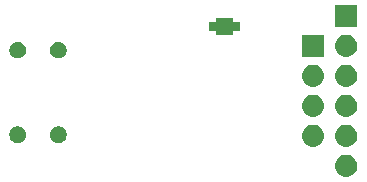
<source format=gbs>
G04 #@! TF.GenerationSoftware,KiCad,Pcbnew,5.0.1-33cea8e~68~ubuntu18.04.1*
G04 #@! TF.CreationDate,2018-11-24T10:41:29+01:00*
G04 #@! TF.ProjectId,FT230XQ_breakout,465432333058515F627265616B6F7574,rev?*
G04 #@! TF.SameCoordinates,Original*
G04 #@! TF.FileFunction,Soldermask,Bot*
G04 #@! TF.FilePolarity,Negative*
%FSLAX46Y46*%
G04 Gerber Fmt 4.6, Leading zero omitted, Abs format (unit mm)*
G04 Created by KiCad (PCBNEW 5.0.1-33cea8e~68~ubuntu18.04.1) date za 24 nov 2018 10:41:29 CET*
%MOMM*%
%LPD*%
G01*
G04 APERTURE LIST*
%ADD10C,0.100000*%
G04 APERTURE END LIST*
D10*
G36*
X174376229Y-73283745D02*
X174555308Y-73338068D01*
X174720347Y-73426283D01*
X174865001Y-73544999D01*
X174983717Y-73689653D01*
X175071932Y-73854692D01*
X175126255Y-74033771D01*
X175144597Y-74220000D01*
X175126255Y-74406229D01*
X175071932Y-74585308D01*
X174983717Y-74750347D01*
X174865001Y-74895001D01*
X174720347Y-75013717D01*
X174555308Y-75101932D01*
X174376229Y-75156255D01*
X174236671Y-75170000D01*
X174143329Y-75170000D01*
X174003771Y-75156255D01*
X173824692Y-75101932D01*
X173659653Y-75013717D01*
X173514999Y-74895001D01*
X173396283Y-74750347D01*
X173308068Y-74585308D01*
X173253745Y-74406229D01*
X173235403Y-74220000D01*
X173253745Y-74033771D01*
X173308068Y-73854692D01*
X173396283Y-73689653D01*
X173514999Y-73544999D01*
X173659653Y-73426283D01*
X173824692Y-73338068D01*
X174003771Y-73283745D01*
X174143329Y-73270000D01*
X174236671Y-73270000D01*
X174376229Y-73283745D01*
X174376229Y-73283745D01*
G37*
G36*
X174376229Y-70743745D02*
X174555308Y-70798068D01*
X174720347Y-70886283D01*
X174865001Y-71004999D01*
X174983717Y-71149653D01*
X175071932Y-71314692D01*
X175126255Y-71493771D01*
X175144597Y-71680000D01*
X175126255Y-71866229D01*
X175071932Y-72045308D01*
X174983717Y-72210347D01*
X174865001Y-72355001D01*
X174720347Y-72473717D01*
X174555308Y-72561932D01*
X174376229Y-72616255D01*
X174236671Y-72630000D01*
X174143329Y-72630000D01*
X174003771Y-72616255D01*
X173824692Y-72561932D01*
X173659653Y-72473717D01*
X173514999Y-72355001D01*
X173396283Y-72210347D01*
X173308068Y-72045308D01*
X173253745Y-71866229D01*
X173235403Y-71680000D01*
X173253745Y-71493771D01*
X173308068Y-71314692D01*
X173396283Y-71149653D01*
X173514999Y-71004999D01*
X173659653Y-70886283D01*
X173824692Y-70798068D01*
X174003771Y-70743745D01*
X174143329Y-70730000D01*
X174236671Y-70730000D01*
X174376229Y-70743745D01*
X174376229Y-70743745D01*
G37*
G36*
X171576229Y-70743745D02*
X171755308Y-70798068D01*
X171920347Y-70886283D01*
X172065001Y-71004999D01*
X172183717Y-71149653D01*
X172271932Y-71314692D01*
X172326255Y-71493771D01*
X172344597Y-71680000D01*
X172326255Y-71866229D01*
X172271932Y-72045308D01*
X172183717Y-72210347D01*
X172065001Y-72355001D01*
X171920347Y-72473717D01*
X171755308Y-72561932D01*
X171576229Y-72616255D01*
X171436671Y-72630000D01*
X171343329Y-72630000D01*
X171203771Y-72616255D01*
X171024692Y-72561932D01*
X170859653Y-72473717D01*
X170714999Y-72355001D01*
X170596283Y-72210347D01*
X170508068Y-72045308D01*
X170453745Y-71866229D01*
X170435403Y-71680000D01*
X170453745Y-71493771D01*
X170508068Y-71314692D01*
X170596283Y-71149653D01*
X170714999Y-71004999D01*
X170859653Y-70886283D01*
X171024692Y-70798068D01*
X171203771Y-70743745D01*
X171343329Y-70730000D01*
X171436671Y-70730000D01*
X171576229Y-70743745D01*
X171576229Y-70743745D01*
G37*
G36*
X146489023Y-70883967D02*
X146579184Y-70901901D01*
X146706572Y-70954666D01*
X146821225Y-71031275D01*
X146918725Y-71128775D01*
X146995334Y-71243428D01*
X147048099Y-71370816D01*
X147075000Y-71506057D01*
X147075000Y-71643943D01*
X147048099Y-71779184D01*
X146995334Y-71906572D01*
X146918725Y-72021225D01*
X146821225Y-72118725D01*
X146706572Y-72195334D01*
X146579184Y-72248099D01*
X146489023Y-72266033D01*
X146443944Y-72275000D01*
X146306056Y-72275000D01*
X146260977Y-72266033D01*
X146170816Y-72248099D01*
X146043428Y-72195334D01*
X145928775Y-72118725D01*
X145831275Y-72021225D01*
X145754666Y-71906572D01*
X145701901Y-71779184D01*
X145675000Y-71643943D01*
X145675000Y-71506057D01*
X145701901Y-71370816D01*
X145754666Y-71243428D01*
X145831275Y-71128775D01*
X145928775Y-71031275D01*
X146043428Y-70954666D01*
X146170816Y-70901901D01*
X146260977Y-70883967D01*
X146306056Y-70875000D01*
X146443944Y-70875000D01*
X146489023Y-70883967D01*
X146489023Y-70883967D01*
G37*
G36*
X149939023Y-70883967D02*
X150029184Y-70901901D01*
X150156572Y-70954666D01*
X150271225Y-71031275D01*
X150368725Y-71128775D01*
X150445334Y-71243428D01*
X150498099Y-71370816D01*
X150525000Y-71506057D01*
X150525000Y-71643943D01*
X150498099Y-71779184D01*
X150445334Y-71906572D01*
X150368725Y-72021225D01*
X150271225Y-72118725D01*
X150156572Y-72195334D01*
X150029184Y-72248099D01*
X149939023Y-72266033D01*
X149893944Y-72275000D01*
X149756056Y-72275000D01*
X149710977Y-72266033D01*
X149620816Y-72248099D01*
X149493428Y-72195334D01*
X149378775Y-72118725D01*
X149281275Y-72021225D01*
X149204666Y-71906572D01*
X149151901Y-71779184D01*
X149125000Y-71643943D01*
X149125000Y-71506057D01*
X149151901Y-71370816D01*
X149204666Y-71243428D01*
X149281275Y-71128775D01*
X149378775Y-71031275D01*
X149493428Y-70954666D01*
X149620816Y-70901901D01*
X149710977Y-70883967D01*
X149756056Y-70875000D01*
X149893944Y-70875000D01*
X149939023Y-70883967D01*
X149939023Y-70883967D01*
G37*
G36*
X171576229Y-68203745D02*
X171755308Y-68258068D01*
X171920347Y-68346283D01*
X172065001Y-68464999D01*
X172183717Y-68609653D01*
X172271932Y-68774692D01*
X172326255Y-68953771D01*
X172344597Y-69140000D01*
X172326255Y-69326229D01*
X172271932Y-69505308D01*
X172183717Y-69670347D01*
X172065001Y-69815001D01*
X171920347Y-69933717D01*
X171755308Y-70021932D01*
X171576229Y-70076255D01*
X171436671Y-70090000D01*
X171343329Y-70090000D01*
X171203771Y-70076255D01*
X171024692Y-70021932D01*
X170859653Y-69933717D01*
X170714999Y-69815001D01*
X170596283Y-69670347D01*
X170508068Y-69505308D01*
X170453745Y-69326229D01*
X170435403Y-69140000D01*
X170453745Y-68953771D01*
X170508068Y-68774692D01*
X170596283Y-68609653D01*
X170714999Y-68464999D01*
X170859653Y-68346283D01*
X171024692Y-68258068D01*
X171203771Y-68203745D01*
X171343329Y-68190000D01*
X171436671Y-68190000D01*
X171576229Y-68203745D01*
X171576229Y-68203745D01*
G37*
G36*
X174376229Y-68203745D02*
X174555308Y-68258068D01*
X174720347Y-68346283D01*
X174865001Y-68464999D01*
X174983717Y-68609653D01*
X175071932Y-68774692D01*
X175126255Y-68953771D01*
X175144597Y-69140000D01*
X175126255Y-69326229D01*
X175071932Y-69505308D01*
X174983717Y-69670347D01*
X174865001Y-69815001D01*
X174720347Y-69933717D01*
X174555308Y-70021932D01*
X174376229Y-70076255D01*
X174236671Y-70090000D01*
X174143329Y-70090000D01*
X174003771Y-70076255D01*
X173824692Y-70021932D01*
X173659653Y-69933717D01*
X173514999Y-69815001D01*
X173396283Y-69670347D01*
X173308068Y-69505308D01*
X173253745Y-69326229D01*
X173235403Y-69140000D01*
X173253745Y-68953771D01*
X173308068Y-68774692D01*
X173396283Y-68609653D01*
X173514999Y-68464999D01*
X173659653Y-68346283D01*
X173824692Y-68258068D01*
X174003771Y-68203745D01*
X174143329Y-68190000D01*
X174236671Y-68190000D01*
X174376229Y-68203745D01*
X174376229Y-68203745D01*
G37*
G36*
X171576229Y-65663745D02*
X171755308Y-65718068D01*
X171920347Y-65806283D01*
X172065001Y-65924999D01*
X172183717Y-66069653D01*
X172271932Y-66234692D01*
X172326255Y-66413771D01*
X172344597Y-66600000D01*
X172326255Y-66786229D01*
X172271932Y-66965308D01*
X172183717Y-67130347D01*
X172065001Y-67275001D01*
X171920347Y-67393717D01*
X171755308Y-67481932D01*
X171576229Y-67536255D01*
X171436671Y-67550000D01*
X171343329Y-67550000D01*
X171203771Y-67536255D01*
X171024692Y-67481932D01*
X170859653Y-67393717D01*
X170714999Y-67275001D01*
X170596283Y-67130347D01*
X170508068Y-66965308D01*
X170453745Y-66786229D01*
X170435403Y-66600000D01*
X170453745Y-66413771D01*
X170508068Y-66234692D01*
X170596283Y-66069653D01*
X170714999Y-65924999D01*
X170859653Y-65806283D01*
X171024692Y-65718068D01*
X171203771Y-65663745D01*
X171343329Y-65650000D01*
X171436671Y-65650000D01*
X171576229Y-65663745D01*
X171576229Y-65663745D01*
G37*
G36*
X174376229Y-65663745D02*
X174555308Y-65718068D01*
X174720347Y-65806283D01*
X174865001Y-65924999D01*
X174983717Y-66069653D01*
X175071932Y-66234692D01*
X175126255Y-66413771D01*
X175144597Y-66600000D01*
X175126255Y-66786229D01*
X175071932Y-66965308D01*
X174983717Y-67130347D01*
X174865001Y-67275001D01*
X174720347Y-67393717D01*
X174555308Y-67481932D01*
X174376229Y-67536255D01*
X174236671Y-67550000D01*
X174143329Y-67550000D01*
X174003771Y-67536255D01*
X173824692Y-67481932D01*
X173659653Y-67393717D01*
X173514999Y-67275001D01*
X173396283Y-67130347D01*
X173308068Y-66965308D01*
X173253745Y-66786229D01*
X173235403Y-66600000D01*
X173253745Y-66413771D01*
X173308068Y-66234692D01*
X173396283Y-66069653D01*
X173514999Y-65924999D01*
X173659653Y-65806283D01*
X173824692Y-65718068D01*
X174003771Y-65663745D01*
X174143329Y-65650000D01*
X174236671Y-65650000D01*
X174376229Y-65663745D01*
X174376229Y-65663745D01*
G37*
G36*
X146489023Y-63733967D02*
X146579184Y-63751901D01*
X146706572Y-63804666D01*
X146821225Y-63881275D01*
X146918725Y-63978775D01*
X146995334Y-64093428D01*
X147048099Y-64220816D01*
X147075000Y-64356057D01*
X147075000Y-64493943D01*
X147048099Y-64629184D01*
X146995334Y-64756572D01*
X146918725Y-64871225D01*
X146821225Y-64968725D01*
X146706572Y-65045334D01*
X146579184Y-65098099D01*
X146489023Y-65116033D01*
X146443944Y-65125000D01*
X146306056Y-65125000D01*
X146260977Y-65116033D01*
X146170816Y-65098099D01*
X146043428Y-65045334D01*
X145928775Y-64968725D01*
X145831275Y-64871225D01*
X145754666Y-64756572D01*
X145701901Y-64629184D01*
X145675000Y-64493943D01*
X145675000Y-64356057D01*
X145701901Y-64220816D01*
X145754666Y-64093428D01*
X145831275Y-63978775D01*
X145928775Y-63881275D01*
X146043428Y-63804666D01*
X146170816Y-63751901D01*
X146260977Y-63733967D01*
X146306056Y-63725000D01*
X146443944Y-63725000D01*
X146489023Y-63733967D01*
X146489023Y-63733967D01*
G37*
G36*
X149939023Y-63733967D02*
X150029184Y-63751901D01*
X150156572Y-63804666D01*
X150271225Y-63881275D01*
X150368725Y-63978775D01*
X150445334Y-64093428D01*
X150498099Y-64220816D01*
X150525000Y-64356057D01*
X150525000Y-64493943D01*
X150498099Y-64629184D01*
X150445334Y-64756572D01*
X150368725Y-64871225D01*
X150271225Y-64968725D01*
X150156572Y-65045334D01*
X150029184Y-65098099D01*
X149939023Y-65116033D01*
X149893944Y-65125000D01*
X149756056Y-65125000D01*
X149710977Y-65116033D01*
X149620816Y-65098099D01*
X149493428Y-65045334D01*
X149378775Y-64968725D01*
X149281275Y-64871225D01*
X149204666Y-64756572D01*
X149151901Y-64629184D01*
X149125000Y-64493943D01*
X149125000Y-64356057D01*
X149151901Y-64220816D01*
X149204666Y-64093428D01*
X149281275Y-63978775D01*
X149378775Y-63881275D01*
X149493428Y-63804666D01*
X149620816Y-63751901D01*
X149710977Y-63733967D01*
X149756056Y-63725000D01*
X149893944Y-63725000D01*
X149939023Y-63733967D01*
X149939023Y-63733967D01*
G37*
G36*
X172340000Y-65010000D02*
X170440000Y-65010000D01*
X170440000Y-63110000D01*
X172340000Y-63110000D01*
X172340000Y-65010000D01*
X172340000Y-65010000D01*
G37*
G36*
X174376229Y-63123745D02*
X174555308Y-63178068D01*
X174720347Y-63266283D01*
X174865001Y-63384999D01*
X174983717Y-63529653D01*
X175071932Y-63694692D01*
X175126255Y-63873771D01*
X175144597Y-64060000D01*
X175126255Y-64246229D01*
X175071932Y-64425308D01*
X174983717Y-64590347D01*
X174865001Y-64735001D01*
X174720347Y-64853717D01*
X174555308Y-64941932D01*
X174376229Y-64996255D01*
X174236671Y-65010000D01*
X174143329Y-65010000D01*
X174003771Y-64996255D01*
X173824692Y-64941932D01*
X173659653Y-64853717D01*
X173514999Y-64735001D01*
X173396283Y-64590347D01*
X173308068Y-64425308D01*
X173253745Y-64246229D01*
X173235403Y-64060000D01*
X173253745Y-63873771D01*
X173308068Y-63694692D01*
X173396283Y-63529653D01*
X173514999Y-63384999D01*
X173659653Y-63266283D01*
X173824692Y-63178068D01*
X174003771Y-63123745D01*
X174143329Y-63110000D01*
X174236671Y-63110000D01*
X174376229Y-63123745D01*
X174376229Y-63123745D01*
G37*
G36*
X164600000Y-61949200D02*
X164600976Y-61959111D01*
X164603867Y-61968640D01*
X164608561Y-61977423D01*
X164614879Y-61985121D01*
X164622577Y-61991439D01*
X164631360Y-61996133D01*
X164640889Y-61999024D01*
X164650800Y-62000000D01*
X165200000Y-62000000D01*
X165200000Y-62800000D01*
X164650800Y-62800000D01*
X164640889Y-62800976D01*
X164631360Y-62803867D01*
X164622577Y-62808561D01*
X164614879Y-62814879D01*
X164608561Y-62822577D01*
X164603867Y-62831360D01*
X164600976Y-62840889D01*
X164600000Y-62850800D01*
X164600000Y-63100000D01*
X163200000Y-63100000D01*
X163200000Y-62850800D01*
X163199024Y-62840889D01*
X163196133Y-62831360D01*
X163191439Y-62822577D01*
X163185121Y-62814879D01*
X163177423Y-62808561D01*
X163168640Y-62803867D01*
X163159111Y-62800976D01*
X163149200Y-62800000D01*
X162600000Y-62800000D01*
X162600000Y-62000000D01*
X163149200Y-62000000D01*
X163159111Y-61999024D01*
X163168640Y-61996133D01*
X163177423Y-61991439D01*
X163185121Y-61985121D01*
X163191439Y-61977423D01*
X163196133Y-61968640D01*
X163199024Y-61959111D01*
X163200000Y-61949200D01*
X163200000Y-61700000D01*
X164600000Y-61700000D01*
X164600000Y-61949200D01*
X164600000Y-61949200D01*
G37*
G36*
X175140000Y-62470000D02*
X173240000Y-62470000D01*
X173240000Y-60570000D01*
X175140000Y-60570000D01*
X175140000Y-62470000D01*
X175140000Y-62470000D01*
G37*
M02*

</source>
